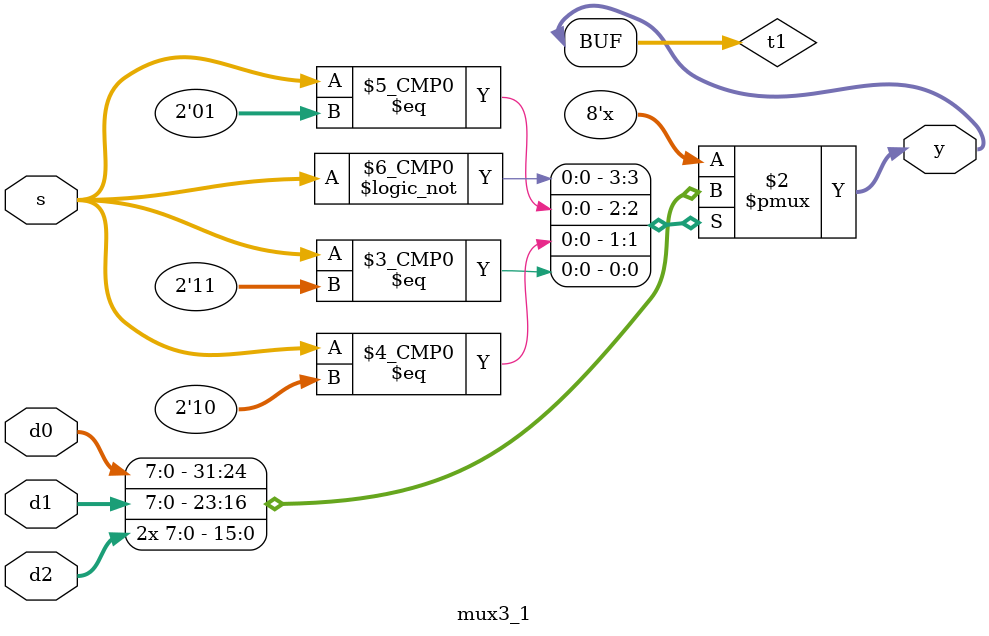
<source format=v>
`timescale 1ns / 1ps
module mux3_1(d0, d1, d2, s, y);
    input [7:0] d0;
    input [7:0] d1;
    input [7:0] d2;
    output [7:0] y;
    input [1:0] s;
 reg [7:0] t1;
always @(s or d0 or d1 or d2)
begin
case (s)
2'b00: t1 = d0;
2'b01: t1 = d1;
2'b10: t1 = d2;
2'b11: t1 = d2;

endcase
end
assign y=t1;

endmodule

</source>
